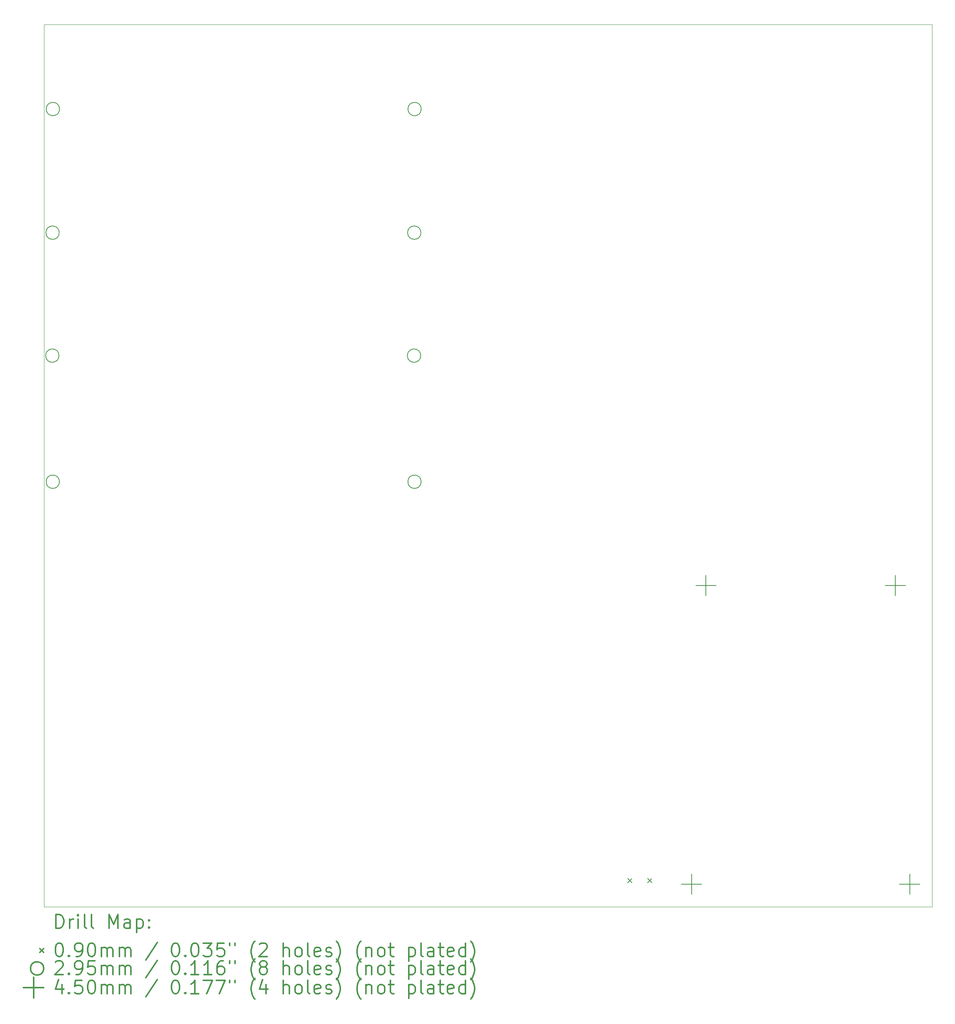
<source format=gbr>
%FSLAX45Y45*%
G04 Gerber Fmt 4.5, Leading zero omitted, Abs format (unit mm)*
G04 Created by KiCad (PCBNEW 4.0.4-stable) date 08/04/17 01:11:37*
%MOMM*%
%LPD*%
G01*
G04 APERTURE LIST*
%ADD10C,0.127000*%
%ADD11C,0.100000*%
%ADD12C,0.200000*%
%ADD13C,0.300000*%
G04 APERTURE END LIST*
D10*
D11*
X1772920Y-21031200D02*
X1772920Y-1526540D01*
X21417280Y-21031200D02*
X1772920Y-21031200D01*
X21417280Y-1524000D02*
X21417280Y-21031200D01*
X1772920Y-1524000D02*
X21417280Y-1524000D01*
D12*
X14685440Y-20403590D02*
X14775440Y-20493590D01*
X14775440Y-20403590D02*
X14685440Y-20493590D01*
X15125440Y-20403590D02*
X15215440Y-20493590D01*
X15215440Y-20403590D02*
X15125440Y-20493590D01*
X2104570Y-8844280D02*
G75*
G03X2104570Y-8844280I-147500J0D01*
G01*
X2109650Y-6125210D02*
G75*
G03X2109650Y-6125210I-147500J0D01*
G01*
X2114730Y-11631930D02*
G75*
G03X2114730Y-11631930I-147500J0D01*
G01*
X2117270Y-3392170D02*
G75*
G03X2117270Y-3392170I-147500J0D01*
G01*
X10105570Y-8844280D02*
G75*
G03X10105570Y-8844280I-147500J0D01*
G01*
X10110650Y-6125210D02*
G75*
G03X10110650Y-6125210I-147500J0D01*
G01*
X10115730Y-11631930D02*
G75*
G03X10115730Y-11631930I-147500J0D01*
G01*
X10118270Y-3392170D02*
G75*
G03X10118270Y-3392170I-147500J0D01*
G01*
X16097250Y-20302010D02*
X16097250Y-20752010D01*
X15872250Y-20527010D02*
X16322250Y-20527010D01*
X16414750Y-13698010D02*
X16414750Y-14148010D01*
X16189750Y-13923010D02*
X16639750Y-13923010D01*
X20605750Y-13698010D02*
X20605750Y-14148010D01*
X20380750Y-13923010D02*
X20830750Y-13923010D01*
X20923250Y-20302010D02*
X20923250Y-20752010D01*
X20698250Y-20527010D02*
X21148250Y-20527010D01*
D13*
X2039348Y-21501914D02*
X2039348Y-21201914D01*
X2110777Y-21201914D01*
X2153634Y-21216200D01*
X2182206Y-21244772D01*
X2196491Y-21273343D01*
X2210777Y-21330486D01*
X2210777Y-21373343D01*
X2196491Y-21430486D01*
X2182206Y-21459057D01*
X2153634Y-21487629D01*
X2110777Y-21501914D01*
X2039348Y-21501914D01*
X2339349Y-21501914D02*
X2339349Y-21301914D01*
X2339349Y-21359057D02*
X2353634Y-21330486D01*
X2367920Y-21316200D01*
X2396491Y-21301914D01*
X2425063Y-21301914D01*
X2525063Y-21501914D02*
X2525063Y-21301914D01*
X2525063Y-21201914D02*
X2510777Y-21216200D01*
X2525063Y-21230486D01*
X2539349Y-21216200D01*
X2525063Y-21201914D01*
X2525063Y-21230486D01*
X2710777Y-21501914D02*
X2682206Y-21487629D01*
X2667920Y-21459057D01*
X2667920Y-21201914D01*
X2867920Y-21501914D02*
X2839348Y-21487629D01*
X2825063Y-21459057D01*
X2825063Y-21201914D01*
X3210777Y-21501914D02*
X3210777Y-21201914D01*
X3310777Y-21416200D01*
X3410777Y-21201914D01*
X3410777Y-21501914D01*
X3682206Y-21501914D02*
X3682206Y-21344772D01*
X3667920Y-21316200D01*
X3639348Y-21301914D01*
X3582206Y-21301914D01*
X3553634Y-21316200D01*
X3682206Y-21487629D02*
X3653634Y-21501914D01*
X3582206Y-21501914D01*
X3553634Y-21487629D01*
X3539348Y-21459057D01*
X3539348Y-21430486D01*
X3553634Y-21401914D01*
X3582206Y-21387629D01*
X3653634Y-21387629D01*
X3682206Y-21373343D01*
X3825063Y-21301914D02*
X3825063Y-21601914D01*
X3825063Y-21316200D02*
X3853634Y-21301914D01*
X3910777Y-21301914D01*
X3939348Y-21316200D01*
X3953634Y-21330486D01*
X3967920Y-21359057D01*
X3967920Y-21444772D01*
X3953634Y-21473343D01*
X3939348Y-21487629D01*
X3910777Y-21501914D01*
X3853634Y-21501914D01*
X3825063Y-21487629D01*
X4096491Y-21473343D02*
X4110777Y-21487629D01*
X4096491Y-21501914D01*
X4082206Y-21487629D01*
X4096491Y-21473343D01*
X4096491Y-21501914D01*
X4096491Y-21316200D02*
X4110777Y-21330486D01*
X4096491Y-21344772D01*
X4082206Y-21330486D01*
X4096491Y-21316200D01*
X4096491Y-21344772D01*
X1677920Y-21951200D02*
X1767920Y-22041200D01*
X1767920Y-21951200D02*
X1677920Y-22041200D01*
X2096491Y-21831914D02*
X2125063Y-21831914D01*
X2153634Y-21846200D01*
X2167920Y-21860486D01*
X2182206Y-21889057D01*
X2196491Y-21946200D01*
X2196491Y-22017629D01*
X2182206Y-22074772D01*
X2167920Y-22103343D01*
X2153634Y-22117629D01*
X2125063Y-22131914D01*
X2096491Y-22131914D01*
X2067920Y-22117629D01*
X2053634Y-22103343D01*
X2039348Y-22074772D01*
X2025063Y-22017629D01*
X2025063Y-21946200D01*
X2039348Y-21889057D01*
X2053634Y-21860486D01*
X2067920Y-21846200D01*
X2096491Y-21831914D01*
X2325063Y-22103343D02*
X2339349Y-22117629D01*
X2325063Y-22131914D01*
X2310777Y-22117629D01*
X2325063Y-22103343D01*
X2325063Y-22131914D01*
X2482206Y-22131914D02*
X2539348Y-22131914D01*
X2567920Y-22117629D01*
X2582206Y-22103343D01*
X2610777Y-22060486D01*
X2625063Y-22003343D01*
X2625063Y-21889057D01*
X2610777Y-21860486D01*
X2596491Y-21846200D01*
X2567920Y-21831914D01*
X2510777Y-21831914D01*
X2482206Y-21846200D01*
X2467920Y-21860486D01*
X2453634Y-21889057D01*
X2453634Y-21960486D01*
X2467920Y-21989057D01*
X2482206Y-22003343D01*
X2510777Y-22017629D01*
X2567920Y-22017629D01*
X2596491Y-22003343D01*
X2610777Y-21989057D01*
X2625063Y-21960486D01*
X2810777Y-21831914D02*
X2839348Y-21831914D01*
X2867920Y-21846200D01*
X2882206Y-21860486D01*
X2896491Y-21889057D01*
X2910777Y-21946200D01*
X2910777Y-22017629D01*
X2896491Y-22074772D01*
X2882206Y-22103343D01*
X2867920Y-22117629D01*
X2839348Y-22131914D01*
X2810777Y-22131914D01*
X2782206Y-22117629D01*
X2767920Y-22103343D01*
X2753634Y-22074772D01*
X2739349Y-22017629D01*
X2739349Y-21946200D01*
X2753634Y-21889057D01*
X2767920Y-21860486D01*
X2782206Y-21846200D01*
X2810777Y-21831914D01*
X3039348Y-22131914D02*
X3039348Y-21931914D01*
X3039348Y-21960486D02*
X3053634Y-21946200D01*
X3082206Y-21931914D01*
X3125063Y-21931914D01*
X3153634Y-21946200D01*
X3167920Y-21974772D01*
X3167920Y-22131914D01*
X3167920Y-21974772D02*
X3182206Y-21946200D01*
X3210777Y-21931914D01*
X3253634Y-21931914D01*
X3282206Y-21946200D01*
X3296491Y-21974772D01*
X3296491Y-22131914D01*
X3439348Y-22131914D02*
X3439348Y-21931914D01*
X3439348Y-21960486D02*
X3453634Y-21946200D01*
X3482206Y-21931914D01*
X3525063Y-21931914D01*
X3553634Y-21946200D01*
X3567920Y-21974772D01*
X3567920Y-22131914D01*
X3567920Y-21974772D02*
X3582206Y-21946200D01*
X3610777Y-21931914D01*
X3653634Y-21931914D01*
X3682206Y-21946200D01*
X3696491Y-21974772D01*
X3696491Y-22131914D01*
X4282206Y-21817629D02*
X4025063Y-22203343D01*
X4667920Y-21831914D02*
X4696491Y-21831914D01*
X4725063Y-21846200D01*
X4739348Y-21860486D01*
X4753634Y-21889057D01*
X4767920Y-21946200D01*
X4767920Y-22017629D01*
X4753634Y-22074772D01*
X4739348Y-22103343D01*
X4725063Y-22117629D01*
X4696491Y-22131914D01*
X4667920Y-22131914D01*
X4639348Y-22117629D01*
X4625063Y-22103343D01*
X4610777Y-22074772D01*
X4596491Y-22017629D01*
X4596491Y-21946200D01*
X4610777Y-21889057D01*
X4625063Y-21860486D01*
X4639348Y-21846200D01*
X4667920Y-21831914D01*
X4896491Y-22103343D02*
X4910777Y-22117629D01*
X4896491Y-22131914D01*
X4882206Y-22117629D01*
X4896491Y-22103343D01*
X4896491Y-22131914D01*
X5096491Y-21831914D02*
X5125063Y-21831914D01*
X5153634Y-21846200D01*
X5167920Y-21860486D01*
X5182206Y-21889057D01*
X5196491Y-21946200D01*
X5196491Y-22017629D01*
X5182206Y-22074772D01*
X5167920Y-22103343D01*
X5153634Y-22117629D01*
X5125063Y-22131914D01*
X5096491Y-22131914D01*
X5067920Y-22117629D01*
X5053634Y-22103343D01*
X5039348Y-22074772D01*
X5025063Y-22017629D01*
X5025063Y-21946200D01*
X5039348Y-21889057D01*
X5053634Y-21860486D01*
X5067920Y-21846200D01*
X5096491Y-21831914D01*
X5296491Y-21831914D02*
X5482206Y-21831914D01*
X5382206Y-21946200D01*
X5425063Y-21946200D01*
X5453634Y-21960486D01*
X5467920Y-21974772D01*
X5482206Y-22003343D01*
X5482206Y-22074772D01*
X5467920Y-22103343D01*
X5453634Y-22117629D01*
X5425063Y-22131914D01*
X5339348Y-22131914D01*
X5310777Y-22117629D01*
X5296491Y-22103343D01*
X5753634Y-21831914D02*
X5610777Y-21831914D01*
X5596491Y-21974772D01*
X5610777Y-21960486D01*
X5639348Y-21946200D01*
X5710777Y-21946200D01*
X5739348Y-21960486D01*
X5753634Y-21974772D01*
X5767920Y-22003343D01*
X5767920Y-22074772D01*
X5753634Y-22103343D01*
X5739348Y-22117629D01*
X5710777Y-22131914D01*
X5639348Y-22131914D01*
X5610777Y-22117629D01*
X5596491Y-22103343D01*
X5882206Y-21831914D02*
X5882206Y-21889057D01*
X5996491Y-21831914D02*
X5996491Y-21889057D01*
X6439348Y-22246200D02*
X6425063Y-22231914D01*
X6396491Y-22189057D01*
X6382205Y-22160486D01*
X6367920Y-22117629D01*
X6353634Y-22046200D01*
X6353634Y-21989057D01*
X6367920Y-21917629D01*
X6382205Y-21874772D01*
X6396491Y-21846200D01*
X6425063Y-21803343D01*
X6439348Y-21789057D01*
X6539348Y-21860486D02*
X6553634Y-21846200D01*
X6582205Y-21831914D01*
X6653634Y-21831914D01*
X6682205Y-21846200D01*
X6696491Y-21860486D01*
X6710777Y-21889057D01*
X6710777Y-21917629D01*
X6696491Y-21960486D01*
X6525063Y-22131914D01*
X6710777Y-22131914D01*
X7067920Y-22131914D02*
X7067920Y-21831914D01*
X7196491Y-22131914D02*
X7196491Y-21974772D01*
X7182205Y-21946200D01*
X7153634Y-21931914D01*
X7110777Y-21931914D01*
X7082205Y-21946200D01*
X7067920Y-21960486D01*
X7382205Y-22131914D02*
X7353634Y-22117629D01*
X7339348Y-22103343D01*
X7325063Y-22074772D01*
X7325063Y-21989057D01*
X7339348Y-21960486D01*
X7353634Y-21946200D01*
X7382205Y-21931914D01*
X7425063Y-21931914D01*
X7453634Y-21946200D01*
X7467920Y-21960486D01*
X7482205Y-21989057D01*
X7482205Y-22074772D01*
X7467920Y-22103343D01*
X7453634Y-22117629D01*
X7425063Y-22131914D01*
X7382205Y-22131914D01*
X7653634Y-22131914D02*
X7625063Y-22117629D01*
X7610777Y-22089057D01*
X7610777Y-21831914D01*
X7882206Y-22117629D02*
X7853634Y-22131914D01*
X7796491Y-22131914D01*
X7767920Y-22117629D01*
X7753634Y-22089057D01*
X7753634Y-21974772D01*
X7767920Y-21946200D01*
X7796491Y-21931914D01*
X7853634Y-21931914D01*
X7882206Y-21946200D01*
X7896491Y-21974772D01*
X7896491Y-22003343D01*
X7753634Y-22031914D01*
X8010777Y-22117629D02*
X8039348Y-22131914D01*
X8096491Y-22131914D01*
X8125063Y-22117629D01*
X8139348Y-22089057D01*
X8139348Y-22074772D01*
X8125063Y-22046200D01*
X8096491Y-22031914D01*
X8053634Y-22031914D01*
X8025063Y-22017629D01*
X8010777Y-21989057D01*
X8010777Y-21974772D01*
X8025063Y-21946200D01*
X8053634Y-21931914D01*
X8096491Y-21931914D01*
X8125063Y-21946200D01*
X8239348Y-22246200D02*
X8253634Y-22231914D01*
X8282206Y-22189057D01*
X8296491Y-22160486D01*
X8310777Y-22117629D01*
X8325063Y-22046200D01*
X8325063Y-21989057D01*
X8310777Y-21917629D01*
X8296491Y-21874772D01*
X8282206Y-21846200D01*
X8253634Y-21803343D01*
X8239348Y-21789057D01*
X8782206Y-22246200D02*
X8767920Y-22231914D01*
X8739348Y-22189057D01*
X8725063Y-22160486D01*
X8710777Y-22117629D01*
X8696491Y-22046200D01*
X8696491Y-21989057D01*
X8710777Y-21917629D01*
X8725063Y-21874772D01*
X8739348Y-21846200D01*
X8767920Y-21803343D01*
X8782206Y-21789057D01*
X8896491Y-21931914D02*
X8896491Y-22131914D01*
X8896491Y-21960486D02*
X8910777Y-21946200D01*
X8939348Y-21931914D01*
X8982206Y-21931914D01*
X9010777Y-21946200D01*
X9025063Y-21974772D01*
X9025063Y-22131914D01*
X9210777Y-22131914D02*
X9182206Y-22117629D01*
X9167920Y-22103343D01*
X9153634Y-22074772D01*
X9153634Y-21989057D01*
X9167920Y-21960486D01*
X9182206Y-21946200D01*
X9210777Y-21931914D01*
X9253634Y-21931914D01*
X9282206Y-21946200D01*
X9296491Y-21960486D01*
X9310777Y-21989057D01*
X9310777Y-22074772D01*
X9296491Y-22103343D01*
X9282206Y-22117629D01*
X9253634Y-22131914D01*
X9210777Y-22131914D01*
X9396491Y-21931914D02*
X9510777Y-21931914D01*
X9439349Y-21831914D02*
X9439349Y-22089057D01*
X9453634Y-22117629D01*
X9482206Y-22131914D01*
X9510777Y-22131914D01*
X9839349Y-21931914D02*
X9839349Y-22231914D01*
X9839349Y-21946200D02*
X9867920Y-21931914D01*
X9925063Y-21931914D01*
X9953634Y-21946200D01*
X9967920Y-21960486D01*
X9982206Y-21989057D01*
X9982206Y-22074772D01*
X9967920Y-22103343D01*
X9953634Y-22117629D01*
X9925063Y-22131914D01*
X9867920Y-22131914D01*
X9839349Y-22117629D01*
X10153634Y-22131914D02*
X10125063Y-22117629D01*
X10110777Y-22089057D01*
X10110777Y-21831914D01*
X10396491Y-22131914D02*
X10396491Y-21974772D01*
X10382206Y-21946200D01*
X10353634Y-21931914D01*
X10296491Y-21931914D01*
X10267920Y-21946200D01*
X10396491Y-22117629D02*
X10367920Y-22131914D01*
X10296491Y-22131914D01*
X10267920Y-22117629D01*
X10253634Y-22089057D01*
X10253634Y-22060486D01*
X10267920Y-22031914D01*
X10296491Y-22017629D01*
X10367920Y-22017629D01*
X10396491Y-22003343D01*
X10496491Y-21931914D02*
X10610777Y-21931914D01*
X10539349Y-21831914D02*
X10539349Y-22089057D01*
X10553634Y-22117629D01*
X10582206Y-22131914D01*
X10610777Y-22131914D01*
X10825063Y-22117629D02*
X10796492Y-22131914D01*
X10739349Y-22131914D01*
X10710777Y-22117629D01*
X10696492Y-22089057D01*
X10696492Y-21974772D01*
X10710777Y-21946200D01*
X10739349Y-21931914D01*
X10796492Y-21931914D01*
X10825063Y-21946200D01*
X10839349Y-21974772D01*
X10839349Y-22003343D01*
X10696492Y-22031914D01*
X11096492Y-22131914D02*
X11096492Y-21831914D01*
X11096492Y-22117629D02*
X11067920Y-22131914D01*
X11010777Y-22131914D01*
X10982206Y-22117629D01*
X10967920Y-22103343D01*
X10953634Y-22074772D01*
X10953634Y-21989057D01*
X10967920Y-21960486D01*
X10982206Y-21946200D01*
X11010777Y-21931914D01*
X11067920Y-21931914D01*
X11096492Y-21946200D01*
X11210777Y-22246200D02*
X11225063Y-22231914D01*
X11253634Y-22189057D01*
X11267920Y-22160486D01*
X11282206Y-22117629D01*
X11296491Y-22046200D01*
X11296491Y-21989057D01*
X11282206Y-21917629D01*
X11267920Y-21874772D01*
X11253634Y-21846200D01*
X11225063Y-21803343D01*
X11210777Y-21789057D01*
X1767920Y-22392200D02*
G75*
G03X1767920Y-22392200I-147500J0D01*
G01*
X2025063Y-22256486D02*
X2039348Y-22242200D01*
X2067920Y-22227914D01*
X2139349Y-22227914D01*
X2167920Y-22242200D01*
X2182206Y-22256486D01*
X2196491Y-22285057D01*
X2196491Y-22313629D01*
X2182206Y-22356486D01*
X2010777Y-22527914D01*
X2196491Y-22527914D01*
X2325063Y-22499343D02*
X2339349Y-22513629D01*
X2325063Y-22527914D01*
X2310777Y-22513629D01*
X2325063Y-22499343D01*
X2325063Y-22527914D01*
X2482206Y-22527914D02*
X2539348Y-22527914D01*
X2567920Y-22513629D01*
X2582206Y-22499343D01*
X2610777Y-22456486D01*
X2625063Y-22399343D01*
X2625063Y-22285057D01*
X2610777Y-22256486D01*
X2596491Y-22242200D01*
X2567920Y-22227914D01*
X2510777Y-22227914D01*
X2482206Y-22242200D01*
X2467920Y-22256486D01*
X2453634Y-22285057D01*
X2453634Y-22356486D01*
X2467920Y-22385057D01*
X2482206Y-22399343D01*
X2510777Y-22413629D01*
X2567920Y-22413629D01*
X2596491Y-22399343D01*
X2610777Y-22385057D01*
X2625063Y-22356486D01*
X2896491Y-22227914D02*
X2753634Y-22227914D01*
X2739349Y-22370771D01*
X2753634Y-22356486D01*
X2782206Y-22342200D01*
X2853634Y-22342200D01*
X2882206Y-22356486D01*
X2896491Y-22370771D01*
X2910777Y-22399343D01*
X2910777Y-22470771D01*
X2896491Y-22499343D01*
X2882206Y-22513629D01*
X2853634Y-22527914D01*
X2782206Y-22527914D01*
X2753634Y-22513629D01*
X2739349Y-22499343D01*
X3039348Y-22527914D02*
X3039348Y-22327914D01*
X3039348Y-22356486D02*
X3053634Y-22342200D01*
X3082206Y-22327914D01*
X3125063Y-22327914D01*
X3153634Y-22342200D01*
X3167920Y-22370771D01*
X3167920Y-22527914D01*
X3167920Y-22370771D02*
X3182206Y-22342200D01*
X3210777Y-22327914D01*
X3253634Y-22327914D01*
X3282206Y-22342200D01*
X3296491Y-22370771D01*
X3296491Y-22527914D01*
X3439348Y-22527914D02*
X3439348Y-22327914D01*
X3439348Y-22356486D02*
X3453634Y-22342200D01*
X3482206Y-22327914D01*
X3525063Y-22327914D01*
X3553634Y-22342200D01*
X3567920Y-22370771D01*
X3567920Y-22527914D01*
X3567920Y-22370771D02*
X3582206Y-22342200D01*
X3610777Y-22327914D01*
X3653634Y-22327914D01*
X3682206Y-22342200D01*
X3696491Y-22370771D01*
X3696491Y-22527914D01*
X4282206Y-22213629D02*
X4025063Y-22599343D01*
X4667920Y-22227914D02*
X4696491Y-22227914D01*
X4725063Y-22242200D01*
X4739348Y-22256486D01*
X4753634Y-22285057D01*
X4767920Y-22342200D01*
X4767920Y-22413629D01*
X4753634Y-22470771D01*
X4739348Y-22499343D01*
X4725063Y-22513629D01*
X4696491Y-22527914D01*
X4667920Y-22527914D01*
X4639348Y-22513629D01*
X4625063Y-22499343D01*
X4610777Y-22470771D01*
X4596491Y-22413629D01*
X4596491Y-22342200D01*
X4610777Y-22285057D01*
X4625063Y-22256486D01*
X4639348Y-22242200D01*
X4667920Y-22227914D01*
X4896491Y-22499343D02*
X4910777Y-22513629D01*
X4896491Y-22527914D01*
X4882206Y-22513629D01*
X4896491Y-22499343D01*
X4896491Y-22527914D01*
X5196491Y-22527914D02*
X5025063Y-22527914D01*
X5110777Y-22527914D02*
X5110777Y-22227914D01*
X5082206Y-22270772D01*
X5053634Y-22299343D01*
X5025063Y-22313629D01*
X5482206Y-22527914D02*
X5310777Y-22527914D01*
X5396491Y-22527914D02*
X5396491Y-22227914D01*
X5367920Y-22270772D01*
X5339348Y-22299343D01*
X5310777Y-22313629D01*
X5739348Y-22227914D02*
X5682205Y-22227914D01*
X5653634Y-22242200D01*
X5639348Y-22256486D01*
X5610777Y-22299343D01*
X5596491Y-22356486D01*
X5596491Y-22470771D01*
X5610777Y-22499343D01*
X5625063Y-22513629D01*
X5653634Y-22527914D01*
X5710777Y-22527914D01*
X5739348Y-22513629D01*
X5753634Y-22499343D01*
X5767920Y-22470771D01*
X5767920Y-22399343D01*
X5753634Y-22370771D01*
X5739348Y-22356486D01*
X5710777Y-22342200D01*
X5653634Y-22342200D01*
X5625063Y-22356486D01*
X5610777Y-22370771D01*
X5596491Y-22399343D01*
X5882206Y-22227914D02*
X5882206Y-22285057D01*
X5996491Y-22227914D02*
X5996491Y-22285057D01*
X6439348Y-22642200D02*
X6425063Y-22627914D01*
X6396491Y-22585057D01*
X6382205Y-22556486D01*
X6367920Y-22513629D01*
X6353634Y-22442200D01*
X6353634Y-22385057D01*
X6367920Y-22313629D01*
X6382205Y-22270772D01*
X6396491Y-22242200D01*
X6425063Y-22199343D01*
X6439348Y-22185057D01*
X6596491Y-22356486D02*
X6567920Y-22342200D01*
X6553634Y-22327914D01*
X6539348Y-22299343D01*
X6539348Y-22285057D01*
X6553634Y-22256486D01*
X6567920Y-22242200D01*
X6596491Y-22227914D01*
X6653634Y-22227914D01*
X6682205Y-22242200D01*
X6696491Y-22256486D01*
X6710777Y-22285057D01*
X6710777Y-22299343D01*
X6696491Y-22327914D01*
X6682205Y-22342200D01*
X6653634Y-22356486D01*
X6596491Y-22356486D01*
X6567920Y-22370771D01*
X6553634Y-22385057D01*
X6539348Y-22413629D01*
X6539348Y-22470771D01*
X6553634Y-22499343D01*
X6567920Y-22513629D01*
X6596491Y-22527914D01*
X6653634Y-22527914D01*
X6682205Y-22513629D01*
X6696491Y-22499343D01*
X6710777Y-22470771D01*
X6710777Y-22413629D01*
X6696491Y-22385057D01*
X6682205Y-22370771D01*
X6653634Y-22356486D01*
X7067920Y-22527914D02*
X7067920Y-22227914D01*
X7196491Y-22527914D02*
X7196491Y-22370771D01*
X7182205Y-22342200D01*
X7153634Y-22327914D01*
X7110777Y-22327914D01*
X7082205Y-22342200D01*
X7067920Y-22356486D01*
X7382205Y-22527914D02*
X7353634Y-22513629D01*
X7339348Y-22499343D01*
X7325063Y-22470771D01*
X7325063Y-22385057D01*
X7339348Y-22356486D01*
X7353634Y-22342200D01*
X7382205Y-22327914D01*
X7425063Y-22327914D01*
X7453634Y-22342200D01*
X7467920Y-22356486D01*
X7482205Y-22385057D01*
X7482205Y-22470771D01*
X7467920Y-22499343D01*
X7453634Y-22513629D01*
X7425063Y-22527914D01*
X7382205Y-22527914D01*
X7653634Y-22527914D02*
X7625063Y-22513629D01*
X7610777Y-22485057D01*
X7610777Y-22227914D01*
X7882206Y-22513629D02*
X7853634Y-22527914D01*
X7796491Y-22527914D01*
X7767920Y-22513629D01*
X7753634Y-22485057D01*
X7753634Y-22370771D01*
X7767920Y-22342200D01*
X7796491Y-22327914D01*
X7853634Y-22327914D01*
X7882206Y-22342200D01*
X7896491Y-22370771D01*
X7896491Y-22399343D01*
X7753634Y-22427914D01*
X8010777Y-22513629D02*
X8039348Y-22527914D01*
X8096491Y-22527914D01*
X8125063Y-22513629D01*
X8139348Y-22485057D01*
X8139348Y-22470771D01*
X8125063Y-22442200D01*
X8096491Y-22427914D01*
X8053634Y-22427914D01*
X8025063Y-22413629D01*
X8010777Y-22385057D01*
X8010777Y-22370771D01*
X8025063Y-22342200D01*
X8053634Y-22327914D01*
X8096491Y-22327914D01*
X8125063Y-22342200D01*
X8239348Y-22642200D02*
X8253634Y-22627914D01*
X8282206Y-22585057D01*
X8296491Y-22556486D01*
X8310777Y-22513629D01*
X8325063Y-22442200D01*
X8325063Y-22385057D01*
X8310777Y-22313629D01*
X8296491Y-22270772D01*
X8282206Y-22242200D01*
X8253634Y-22199343D01*
X8239348Y-22185057D01*
X8782206Y-22642200D02*
X8767920Y-22627914D01*
X8739348Y-22585057D01*
X8725063Y-22556486D01*
X8710777Y-22513629D01*
X8696491Y-22442200D01*
X8696491Y-22385057D01*
X8710777Y-22313629D01*
X8725063Y-22270772D01*
X8739348Y-22242200D01*
X8767920Y-22199343D01*
X8782206Y-22185057D01*
X8896491Y-22327914D02*
X8896491Y-22527914D01*
X8896491Y-22356486D02*
X8910777Y-22342200D01*
X8939348Y-22327914D01*
X8982206Y-22327914D01*
X9010777Y-22342200D01*
X9025063Y-22370771D01*
X9025063Y-22527914D01*
X9210777Y-22527914D02*
X9182206Y-22513629D01*
X9167920Y-22499343D01*
X9153634Y-22470771D01*
X9153634Y-22385057D01*
X9167920Y-22356486D01*
X9182206Y-22342200D01*
X9210777Y-22327914D01*
X9253634Y-22327914D01*
X9282206Y-22342200D01*
X9296491Y-22356486D01*
X9310777Y-22385057D01*
X9310777Y-22470771D01*
X9296491Y-22499343D01*
X9282206Y-22513629D01*
X9253634Y-22527914D01*
X9210777Y-22527914D01*
X9396491Y-22327914D02*
X9510777Y-22327914D01*
X9439349Y-22227914D02*
X9439349Y-22485057D01*
X9453634Y-22513629D01*
X9482206Y-22527914D01*
X9510777Y-22527914D01*
X9839349Y-22327914D02*
X9839349Y-22627914D01*
X9839349Y-22342200D02*
X9867920Y-22327914D01*
X9925063Y-22327914D01*
X9953634Y-22342200D01*
X9967920Y-22356486D01*
X9982206Y-22385057D01*
X9982206Y-22470771D01*
X9967920Y-22499343D01*
X9953634Y-22513629D01*
X9925063Y-22527914D01*
X9867920Y-22527914D01*
X9839349Y-22513629D01*
X10153634Y-22527914D02*
X10125063Y-22513629D01*
X10110777Y-22485057D01*
X10110777Y-22227914D01*
X10396491Y-22527914D02*
X10396491Y-22370771D01*
X10382206Y-22342200D01*
X10353634Y-22327914D01*
X10296491Y-22327914D01*
X10267920Y-22342200D01*
X10396491Y-22513629D02*
X10367920Y-22527914D01*
X10296491Y-22527914D01*
X10267920Y-22513629D01*
X10253634Y-22485057D01*
X10253634Y-22456486D01*
X10267920Y-22427914D01*
X10296491Y-22413629D01*
X10367920Y-22413629D01*
X10396491Y-22399343D01*
X10496491Y-22327914D02*
X10610777Y-22327914D01*
X10539349Y-22227914D02*
X10539349Y-22485057D01*
X10553634Y-22513629D01*
X10582206Y-22527914D01*
X10610777Y-22527914D01*
X10825063Y-22513629D02*
X10796492Y-22527914D01*
X10739349Y-22527914D01*
X10710777Y-22513629D01*
X10696492Y-22485057D01*
X10696492Y-22370771D01*
X10710777Y-22342200D01*
X10739349Y-22327914D01*
X10796492Y-22327914D01*
X10825063Y-22342200D01*
X10839349Y-22370771D01*
X10839349Y-22399343D01*
X10696492Y-22427914D01*
X11096492Y-22527914D02*
X11096492Y-22227914D01*
X11096492Y-22513629D02*
X11067920Y-22527914D01*
X11010777Y-22527914D01*
X10982206Y-22513629D01*
X10967920Y-22499343D01*
X10953634Y-22470771D01*
X10953634Y-22385057D01*
X10967920Y-22356486D01*
X10982206Y-22342200D01*
X11010777Y-22327914D01*
X11067920Y-22327914D01*
X11096492Y-22342200D01*
X11210777Y-22642200D02*
X11225063Y-22627914D01*
X11253634Y-22585057D01*
X11267920Y-22556486D01*
X11282206Y-22513629D01*
X11296491Y-22442200D01*
X11296491Y-22385057D01*
X11282206Y-22313629D01*
X11267920Y-22270772D01*
X11253634Y-22242200D01*
X11225063Y-22199343D01*
X11210777Y-22185057D01*
X1542920Y-22592200D02*
X1542920Y-23042200D01*
X1317920Y-22817200D02*
X1767920Y-22817200D01*
X2167920Y-22752914D02*
X2167920Y-22952914D01*
X2096491Y-22638629D02*
X2025063Y-22852914D01*
X2210777Y-22852914D01*
X2325063Y-22924343D02*
X2339349Y-22938629D01*
X2325063Y-22952914D01*
X2310777Y-22938629D01*
X2325063Y-22924343D01*
X2325063Y-22952914D01*
X2610777Y-22652914D02*
X2467920Y-22652914D01*
X2453634Y-22795771D01*
X2467920Y-22781486D01*
X2496491Y-22767200D01*
X2567920Y-22767200D01*
X2596491Y-22781486D01*
X2610777Y-22795771D01*
X2625063Y-22824343D01*
X2625063Y-22895771D01*
X2610777Y-22924343D01*
X2596491Y-22938629D01*
X2567920Y-22952914D01*
X2496491Y-22952914D01*
X2467920Y-22938629D01*
X2453634Y-22924343D01*
X2810777Y-22652914D02*
X2839348Y-22652914D01*
X2867920Y-22667200D01*
X2882206Y-22681486D01*
X2896491Y-22710057D01*
X2910777Y-22767200D01*
X2910777Y-22838629D01*
X2896491Y-22895771D01*
X2882206Y-22924343D01*
X2867920Y-22938629D01*
X2839348Y-22952914D01*
X2810777Y-22952914D01*
X2782206Y-22938629D01*
X2767920Y-22924343D01*
X2753634Y-22895771D01*
X2739349Y-22838629D01*
X2739349Y-22767200D01*
X2753634Y-22710057D01*
X2767920Y-22681486D01*
X2782206Y-22667200D01*
X2810777Y-22652914D01*
X3039348Y-22952914D02*
X3039348Y-22752914D01*
X3039348Y-22781486D02*
X3053634Y-22767200D01*
X3082206Y-22752914D01*
X3125063Y-22752914D01*
X3153634Y-22767200D01*
X3167920Y-22795771D01*
X3167920Y-22952914D01*
X3167920Y-22795771D02*
X3182206Y-22767200D01*
X3210777Y-22752914D01*
X3253634Y-22752914D01*
X3282206Y-22767200D01*
X3296491Y-22795771D01*
X3296491Y-22952914D01*
X3439348Y-22952914D02*
X3439348Y-22752914D01*
X3439348Y-22781486D02*
X3453634Y-22767200D01*
X3482206Y-22752914D01*
X3525063Y-22752914D01*
X3553634Y-22767200D01*
X3567920Y-22795771D01*
X3567920Y-22952914D01*
X3567920Y-22795771D02*
X3582206Y-22767200D01*
X3610777Y-22752914D01*
X3653634Y-22752914D01*
X3682206Y-22767200D01*
X3696491Y-22795771D01*
X3696491Y-22952914D01*
X4282206Y-22638629D02*
X4025063Y-23024343D01*
X4667920Y-22652914D02*
X4696491Y-22652914D01*
X4725063Y-22667200D01*
X4739348Y-22681486D01*
X4753634Y-22710057D01*
X4767920Y-22767200D01*
X4767920Y-22838629D01*
X4753634Y-22895771D01*
X4739348Y-22924343D01*
X4725063Y-22938629D01*
X4696491Y-22952914D01*
X4667920Y-22952914D01*
X4639348Y-22938629D01*
X4625063Y-22924343D01*
X4610777Y-22895771D01*
X4596491Y-22838629D01*
X4596491Y-22767200D01*
X4610777Y-22710057D01*
X4625063Y-22681486D01*
X4639348Y-22667200D01*
X4667920Y-22652914D01*
X4896491Y-22924343D02*
X4910777Y-22938629D01*
X4896491Y-22952914D01*
X4882206Y-22938629D01*
X4896491Y-22924343D01*
X4896491Y-22952914D01*
X5196491Y-22952914D02*
X5025063Y-22952914D01*
X5110777Y-22952914D02*
X5110777Y-22652914D01*
X5082206Y-22695771D01*
X5053634Y-22724343D01*
X5025063Y-22738629D01*
X5296491Y-22652914D02*
X5496491Y-22652914D01*
X5367920Y-22952914D01*
X5582206Y-22652914D02*
X5782205Y-22652914D01*
X5653634Y-22952914D01*
X5882206Y-22652914D02*
X5882206Y-22710057D01*
X5996491Y-22652914D02*
X5996491Y-22710057D01*
X6439348Y-23067200D02*
X6425063Y-23052914D01*
X6396491Y-23010057D01*
X6382205Y-22981486D01*
X6367920Y-22938629D01*
X6353634Y-22867200D01*
X6353634Y-22810057D01*
X6367920Y-22738629D01*
X6382205Y-22695771D01*
X6396491Y-22667200D01*
X6425063Y-22624343D01*
X6439348Y-22610057D01*
X6682205Y-22752914D02*
X6682205Y-22952914D01*
X6610777Y-22638629D02*
X6539348Y-22852914D01*
X6725063Y-22852914D01*
X7067920Y-22952914D02*
X7067920Y-22652914D01*
X7196491Y-22952914D02*
X7196491Y-22795771D01*
X7182205Y-22767200D01*
X7153634Y-22752914D01*
X7110777Y-22752914D01*
X7082205Y-22767200D01*
X7067920Y-22781486D01*
X7382205Y-22952914D02*
X7353634Y-22938629D01*
X7339348Y-22924343D01*
X7325063Y-22895771D01*
X7325063Y-22810057D01*
X7339348Y-22781486D01*
X7353634Y-22767200D01*
X7382205Y-22752914D01*
X7425063Y-22752914D01*
X7453634Y-22767200D01*
X7467920Y-22781486D01*
X7482205Y-22810057D01*
X7482205Y-22895771D01*
X7467920Y-22924343D01*
X7453634Y-22938629D01*
X7425063Y-22952914D01*
X7382205Y-22952914D01*
X7653634Y-22952914D02*
X7625063Y-22938629D01*
X7610777Y-22910057D01*
X7610777Y-22652914D01*
X7882206Y-22938629D02*
X7853634Y-22952914D01*
X7796491Y-22952914D01*
X7767920Y-22938629D01*
X7753634Y-22910057D01*
X7753634Y-22795771D01*
X7767920Y-22767200D01*
X7796491Y-22752914D01*
X7853634Y-22752914D01*
X7882206Y-22767200D01*
X7896491Y-22795771D01*
X7896491Y-22824343D01*
X7753634Y-22852914D01*
X8010777Y-22938629D02*
X8039348Y-22952914D01*
X8096491Y-22952914D01*
X8125063Y-22938629D01*
X8139348Y-22910057D01*
X8139348Y-22895771D01*
X8125063Y-22867200D01*
X8096491Y-22852914D01*
X8053634Y-22852914D01*
X8025063Y-22838629D01*
X8010777Y-22810057D01*
X8010777Y-22795771D01*
X8025063Y-22767200D01*
X8053634Y-22752914D01*
X8096491Y-22752914D01*
X8125063Y-22767200D01*
X8239348Y-23067200D02*
X8253634Y-23052914D01*
X8282206Y-23010057D01*
X8296491Y-22981486D01*
X8310777Y-22938629D01*
X8325063Y-22867200D01*
X8325063Y-22810057D01*
X8310777Y-22738629D01*
X8296491Y-22695771D01*
X8282206Y-22667200D01*
X8253634Y-22624343D01*
X8239348Y-22610057D01*
X8782206Y-23067200D02*
X8767920Y-23052914D01*
X8739348Y-23010057D01*
X8725063Y-22981486D01*
X8710777Y-22938629D01*
X8696491Y-22867200D01*
X8696491Y-22810057D01*
X8710777Y-22738629D01*
X8725063Y-22695771D01*
X8739348Y-22667200D01*
X8767920Y-22624343D01*
X8782206Y-22610057D01*
X8896491Y-22752914D02*
X8896491Y-22952914D01*
X8896491Y-22781486D02*
X8910777Y-22767200D01*
X8939348Y-22752914D01*
X8982206Y-22752914D01*
X9010777Y-22767200D01*
X9025063Y-22795771D01*
X9025063Y-22952914D01*
X9210777Y-22952914D02*
X9182206Y-22938629D01*
X9167920Y-22924343D01*
X9153634Y-22895771D01*
X9153634Y-22810057D01*
X9167920Y-22781486D01*
X9182206Y-22767200D01*
X9210777Y-22752914D01*
X9253634Y-22752914D01*
X9282206Y-22767200D01*
X9296491Y-22781486D01*
X9310777Y-22810057D01*
X9310777Y-22895771D01*
X9296491Y-22924343D01*
X9282206Y-22938629D01*
X9253634Y-22952914D01*
X9210777Y-22952914D01*
X9396491Y-22752914D02*
X9510777Y-22752914D01*
X9439349Y-22652914D02*
X9439349Y-22910057D01*
X9453634Y-22938629D01*
X9482206Y-22952914D01*
X9510777Y-22952914D01*
X9839349Y-22752914D02*
X9839349Y-23052914D01*
X9839349Y-22767200D02*
X9867920Y-22752914D01*
X9925063Y-22752914D01*
X9953634Y-22767200D01*
X9967920Y-22781486D01*
X9982206Y-22810057D01*
X9982206Y-22895771D01*
X9967920Y-22924343D01*
X9953634Y-22938629D01*
X9925063Y-22952914D01*
X9867920Y-22952914D01*
X9839349Y-22938629D01*
X10153634Y-22952914D02*
X10125063Y-22938629D01*
X10110777Y-22910057D01*
X10110777Y-22652914D01*
X10396491Y-22952914D02*
X10396491Y-22795771D01*
X10382206Y-22767200D01*
X10353634Y-22752914D01*
X10296491Y-22752914D01*
X10267920Y-22767200D01*
X10396491Y-22938629D02*
X10367920Y-22952914D01*
X10296491Y-22952914D01*
X10267920Y-22938629D01*
X10253634Y-22910057D01*
X10253634Y-22881486D01*
X10267920Y-22852914D01*
X10296491Y-22838629D01*
X10367920Y-22838629D01*
X10396491Y-22824343D01*
X10496491Y-22752914D02*
X10610777Y-22752914D01*
X10539349Y-22652914D02*
X10539349Y-22910057D01*
X10553634Y-22938629D01*
X10582206Y-22952914D01*
X10610777Y-22952914D01*
X10825063Y-22938629D02*
X10796492Y-22952914D01*
X10739349Y-22952914D01*
X10710777Y-22938629D01*
X10696492Y-22910057D01*
X10696492Y-22795771D01*
X10710777Y-22767200D01*
X10739349Y-22752914D01*
X10796492Y-22752914D01*
X10825063Y-22767200D01*
X10839349Y-22795771D01*
X10839349Y-22824343D01*
X10696492Y-22852914D01*
X11096492Y-22952914D02*
X11096492Y-22652914D01*
X11096492Y-22938629D02*
X11067920Y-22952914D01*
X11010777Y-22952914D01*
X10982206Y-22938629D01*
X10967920Y-22924343D01*
X10953634Y-22895771D01*
X10953634Y-22810057D01*
X10967920Y-22781486D01*
X10982206Y-22767200D01*
X11010777Y-22752914D01*
X11067920Y-22752914D01*
X11096492Y-22767200D01*
X11210777Y-23067200D02*
X11225063Y-23052914D01*
X11253634Y-23010057D01*
X11267920Y-22981486D01*
X11282206Y-22938629D01*
X11296491Y-22867200D01*
X11296491Y-22810057D01*
X11282206Y-22738629D01*
X11267920Y-22695771D01*
X11253634Y-22667200D01*
X11225063Y-22624343D01*
X11210777Y-22610057D01*
M02*

</source>
